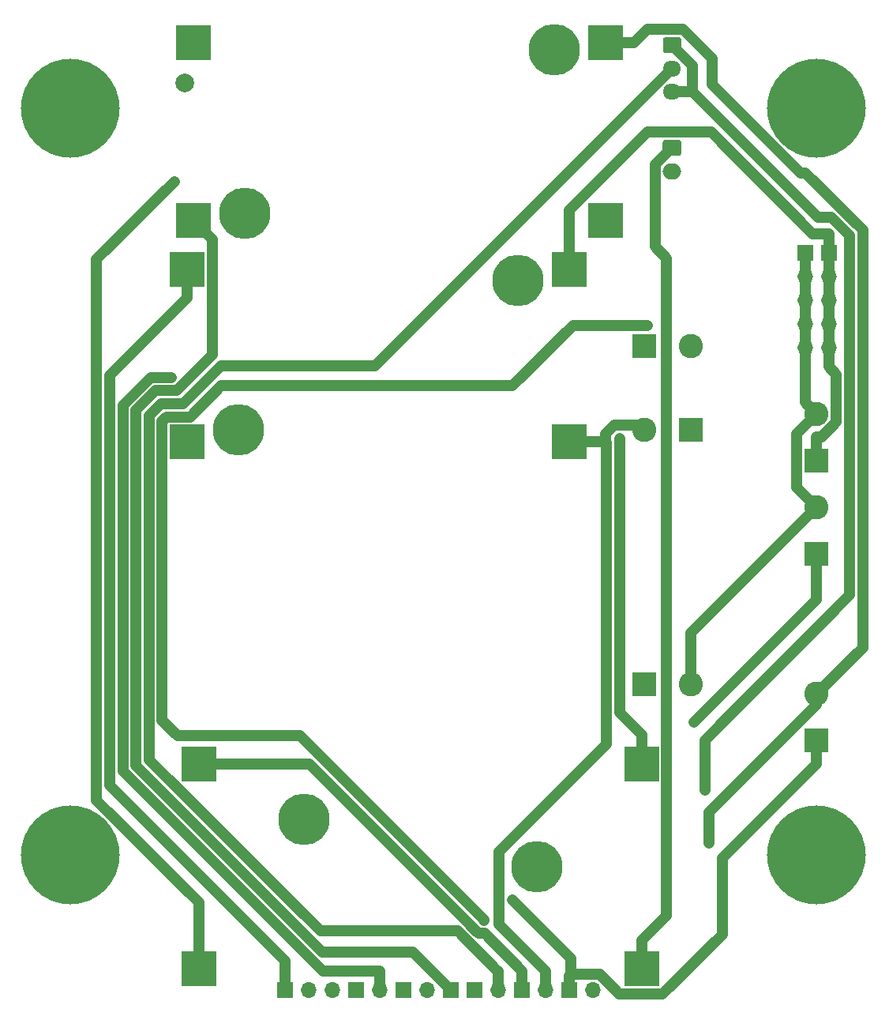
<source format=gtl>
G04 #@! TF.GenerationSoftware,KiCad,Pcbnew,5.1.10*
G04 #@! TF.CreationDate,2021-05-19T15:41:42-05:00*
G04 #@! TF.ProjectId,Power Board,506f7765-7220-4426-9f61-72642e6b6963,rev?*
G04 #@! TF.SameCoordinates,Original*
G04 #@! TF.FileFunction,Copper,L1,Top*
G04 #@! TF.FilePolarity,Positive*
%FSLAX46Y46*%
G04 Gerber Fmt 4.6, Leading zero omitted, Abs format (unit mm)*
G04 Created by KiCad (PCBNEW 5.1.10) date 2021-05-19 15:41:42*
%MOMM*%
%LPD*%
G01*
G04 APERTURE LIST*
G04 #@! TA.AperFunction,ComponentPad*
%ADD10C,2.600000*%
G04 #@! TD*
G04 #@! TA.AperFunction,ComponentPad*
%ADD11R,2.600000X2.600000*%
G04 #@! TD*
G04 #@! TA.AperFunction,ComponentPad*
%ADD12C,0.500000*%
G04 #@! TD*
G04 #@! TA.AperFunction,ComponentPad*
%ADD13C,5.500000*%
G04 #@! TD*
G04 #@! TA.AperFunction,ComponentPad*
%ADD14R,3.750000X3.750000*%
G04 #@! TD*
G04 #@! TA.AperFunction,ComponentPad*
%ADD15C,2.000000*%
G04 #@! TD*
G04 #@! TA.AperFunction,ComponentPad*
%ADD16O,1.700000X1.700000*%
G04 #@! TD*
G04 #@! TA.AperFunction,ComponentPad*
%ADD17R,1.700000X1.700000*%
G04 #@! TD*
G04 #@! TA.AperFunction,ComponentPad*
%ADD18O,2.000000X1.700000*%
G04 #@! TD*
G04 #@! TA.AperFunction,ComponentPad*
%ADD19O,1.950000X1.700000*%
G04 #@! TD*
G04 #@! TA.AperFunction,ComponentPad*
%ADD20C,0.900000*%
G04 #@! TD*
G04 #@! TA.AperFunction,ComponentPad*
%ADD21C,10.600000*%
G04 #@! TD*
G04 #@! TA.AperFunction,ViaPad*
%ADD22C,0.800000*%
G04 #@! TD*
G04 #@! TA.AperFunction,Conductor*
%ADD23C,1.200000*%
G04 #@! TD*
G04 APERTURE END LIST*
D10*
X94000000Y-87750000D03*
D11*
X89000000Y-87750000D03*
D12*
X75979720Y-105750000D03*
X54020280Y-100729720D03*
X50350000Y-102250000D03*
X50979720Y-103770280D03*
X54020280Y-103770280D03*
X54650000Y-102250000D03*
X52500000Y-104500000D03*
X79020280Y-105729720D03*
X75350000Y-107250000D03*
D13*
X77500000Y-107250000D03*
X52500000Y-102250000D03*
D12*
X77500000Y-105100000D03*
X52500000Y-100100000D03*
X50979720Y-100729720D03*
X77500000Y-109400000D03*
X79650000Y-107250000D03*
D14*
X88750000Y-118250000D03*
X88750000Y-96250000D03*
X41250000Y-118250000D03*
X41250000Y-96250000D03*
D12*
X75979720Y-108750000D03*
X79020280Y-108770280D03*
D13*
X45500000Y-60500000D03*
X75500000Y-44500000D03*
D12*
X45500000Y-62650000D03*
X47650000Y-60500000D03*
X47020280Y-62020280D03*
X43979720Y-62020280D03*
X43350000Y-60500000D03*
X43979720Y-58979720D03*
X45500000Y-58350000D03*
X47020280Y-58979720D03*
X73350000Y-44500000D03*
X77020280Y-42979720D03*
X75500000Y-42350000D03*
X75500000Y-46650000D03*
X73979720Y-42979720D03*
X77650000Y-44500000D03*
X73979720Y-46020280D03*
X77020280Y-46020280D03*
D14*
X81000000Y-43250000D03*
X81000000Y-61750000D03*
X40000000Y-43250000D03*
X40000000Y-61750000D03*
D15*
X39750000Y-23300000D03*
D13*
X46150000Y-37250000D03*
X79350000Y-19750000D03*
D12*
X46150000Y-39350000D03*
X48300000Y-37200000D03*
X47670280Y-38720280D03*
X44629720Y-38720280D03*
X44000000Y-37200000D03*
X44629720Y-35679720D03*
X46150000Y-35050000D03*
X47670280Y-35679720D03*
X77200000Y-19800000D03*
X80870280Y-18279720D03*
X79350000Y-17650000D03*
X79350000Y-21950000D03*
X77829720Y-18279720D03*
X81500000Y-19800000D03*
X77829720Y-21320280D03*
X80870280Y-21320280D03*
D14*
X84850000Y-19000000D03*
X84850000Y-38000000D03*
X40650000Y-19000000D03*
X40650000Y-38000000D03*
D16*
X83520000Y-120500000D03*
D17*
X80980000Y-120500000D03*
D16*
X55580000Y-120500000D03*
X53040000Y-120500000D03*
D17*
X50500000Y-120500000D03*
D16*
X65740000Y-120500000D03*
D17*
X63200000Y-120500000D03*
D16*
X73360000Y-120500000D03*
D17*
X70820000Y-120500000D03*
X68280000Y-120500000D03*
D16*
X78440000Y-120500000D03*
D17*
X75900000Y-120500000D03*
D16*
X60660000Y-120500000D03*
D17*
X58120000Y-120500000D03*
D16*
X108790000Y-51660000D03*
X108790000Y-49120000D03*
X108790000Y-46580000D03*
X108790000Y-44040000D03*
D17*
X108790000Y-41500000D03*
D16*
X106250000Y-51660000D03*
X106250000Y-49120000D03*
X106250000Y-46580000D03*
X106250000Y-44040000D03*
D17*
X106250000Y-41500000D03*
D10*
X107500000Y-58750000D03*
D11*
X107500000Y-63750000D03*
D10*
X107500000Y-68750000D03*
D11*
X107500000Y-73750000D03*
D18*
X92000000Y-32750000D03*
G04 #@! TA.AperFunction,ComponentPad*
G36*
G01*
X91250000Y-29400000D02*
X92750000Y-29400000D01*
G75*
G02*
X93000000Y-29650000I0J-250000D01*
G01*
X93000000Y-30850000D01*
G75*
G02*
X92750000Y-31100000I-250000J0D01*
G01*
X91250000Y-31100000D01*
G75*
G02*
X91000000Y-30850000I0J250000D01*
G01*
X91000000Y-29650000D01*
G75*
G02*
X91250000Y-29400000I250000J0D01*
G01*
G37*
G04 #@! TD.AperFunction*
D10*
X89000000Y-60500000D03*
D11*
X94000000Y-60500000D03*
D10*
X107500000Y-88750000D03*
D11*
X107500000Y-93750000D03*
D10*
X94000000Y-51500000D03*
D11*
X89000000Y-51500000D03*
D19*
X92000000Y-24250000D03*
X92000000Y-21750000D03*
G04 #@! TA.AperFunction,ComponentPad*
G36*
G01*
X91275000Y-18400000D02*
X92725000Y-18400000D01*
G75*
G02*
X92975000Y-18650000I0J-250000D01*
G01*
X92975000Y-19850000D01*
G75*
G02*
X92725000Y-20100000I-250000J0D01*
G01*
X91275000Y-20100000D01*
G75*
G02*
X91025000Y-19850000I0J250000D01*
G01*
X91025000Y-18650000D01*
G75*
G02*
X91275000Y-18400000I250000J0D01*
G01*
G37*
G04 #@! TD.AperFunction*
D20*
X110310749Y-103189251D03*
X107500000Y-102025000D03*
X104689251Y-103189251D03*
X103525000Y-106000000D03*
X104689251Y-108810749D03*
X107500000Y-109975000D03*
X110310749Y-108810749D03*
X111475000Y-106000000D03*
D21*
X107500000Y-106000000D03*
D20*
X110310749Y-23189251D03*
X107500000Y-22025000D03*
X104689251Y-23189251D03*
X103525000Y-26000000D03*
X104689251Y-28810749D03*
X107500000Y-29975000D03*
X110310749Y-28810749D03*
X111475000Y-26000000D03*
D21*
X107500000Y-26000000D03*
D20*
X30310749Y-103189251D03*
X27500000Y-102025000D03*
X24689251Y-103189251D03*
X23525000Y-106000000D03*
X24689251Y-108810749D03*
X27500000Y-109975000D03*
X30310749Y-108810749D03*
X31475000Y-106000000D03*
D21*
X27500000Y-106000000D03*
D20*
X30310749Y-23189251D03*
X27500000Y-22025000D03*
X24689251Y-23189251D03*
X23525000Y-26000000D03*
X24689251Y-28810749D03*
X27500000Y-29975000D03*
X30310749Y-28810749D03*
X31475000Y-26000000D03*
D21*
X27500000Y-26000000D03*
D22*
X95989000Y-104746000D03*
X84934400Y-84738800D03*
X74878600Y-110847200D03*
X38300300Y-54860500D03*
X38631700Y-33862800D03*
X94368700Y-91782600D03*
X86395300Y-61390700D03*
X95503600Y-99063600D03*
X89348800Y-49284100D03*
X71827800Y-113029200D03*
D23*
X107500000Y-88750000D02*
X107500000Y-89958200D01*
X107500000Y-89958200D02*
X95989000Y-101469200D01*
X95989000Y-101469200D02*
X95989000Y-104746000D01*
X87925000Y-19000000D02*
X89338600Y-17586400D01*
X89338600Y-17586400D02*
X93164800Y-17586400D01*
X93164800Y-17586400D02*
X96261100Y-20682700D01*
X96261100Y-20682700D02*
X96261100Y-23448400D01*
X96261100Y-23448400D02*
X105766500Y-32953800D01*
X105766500Y-32953800D02*
X106304800Y-32953800D01*
X106304800Y-32953800D02*
X112442500Y-39091500D01*
X112442500Y-39091500D02*
X112442500Y-83807500D01*
X112442500Y-83807500D02*
X107500000Y-88750000D01*
X84850000Y-19000000D02*
X87925000Y-19000000D01*
X41250000Y-96250000D02*
X53147300Y-96250000D01*
X53147300Y-96250000D02*
X70427500Y-113530200D01*
X70427500Y-113530200D02*
X70427500Y-113609200D01*
X70427500Y-113609200D02*
X71247800Y-114429500D01*
X71247800Y-114429500D02*
X71879500Y-114429500D01*
X71879500Y-114429500D02*
X75900000Y-118450000D01*
X75900000Y-120500000D02*
X75900000Y-118450000D01*
X40650000Y-38000000D02*
X42701400Y-40051400D01*
X42701400Y-40051400D02*
X42701400Y-52445200D01*
X42701400Y-52445200D02*
X38879200Y-56267400D01*
X38879200Y-56267400D02*
X36640200Y-56267400D01*
X36640200Y-56267400D02*
X34524100Y-58383500D01*
X34524100Y-58383500D02*
X34524100Y-96417700D01*
X34524100Y-96417700D02*
X54503800Y-116397400D01*
X54503800Y-116397400D02*
X64177400Y-116397400D01*
X64177400Y-116397400D02*
X68280000Y-120500000D01*
X84934400Y-84738800D02*
X84934400Y-94189000D01*
X84934400Y-94189000D02*
X73478300Y-105645100D01*
X73478300Y-105645100D02*
X73478300Y-113488300D01*
X73478300Y-113488300D02*
X78440000Y-118450000D01*
X78440000Y-120500000D02*
X78440000Y-118450000D01*
X84870800Y-61750000D02*
X84934400Y-61813600D01*
X84934400Y-61813600D02*
X84934400Y-84738800D01*
X106250000Y-49120000D02*
X106250000Y-51660000D01*
X106250000Y-46580000D02*
X106250000Y-49120000D01*
X107500000Y-58750000D02*
X105397300Y-60852700D01*
X105397300Y-60852700D02*
X105397300Y-66647300D01*
X105397300Y-66647300D02*
X107500000Y-68750000D01*
X106250000Y-51660000D02*
X106250000Y-57500000D01*
X106250000Y-57500000D02*
X107500000Y-58750000D01*
X94000000Y-87750000D02*
X94000000Y-82250000D01*
X94000000Y-82250000D02*
X107500000Y-68750000D01*
X89000000Y-60500000D02*
X88490400Y-59990400D01*
X88490400Y-59990400D02*
X85815300Y-59990400D01*
X85815300Y-59990400D02*
X84870800Y-60934900D01*
X84870800Y-60934900D02*
X84870800Y-61750000D01*
X84075000Y-61750000D02*
X84870800Y-61750000D01*
X81000000Y-61750000D02*
X84075000Y-61750000D01*
X106250000Y-44040000D02*
X106250000Y-46580000D01*
X106250000Y-41500000D02*
X106250000Y-44040000D01*
X50500000Y-118450000D02*
X50500000Y-117375400D01*
X50500000Y-117375400D02*
X31720600Y-98596000D01*
X31720600Y-98596000D02*
X31720600Y-54604400D01*
X31720600Y-54604400D02*
X40000000Y-46325000D01*
X50500000Y-120500000D02*
X50500000Y-118450000D01*
X40000000Y-43250000D02*
X40000000Y-46325000D01*
X81139600Y-118840300D02*
X84237700Y-118840300D01*
X84237700Y-118840300D02*
X86322800Y-120925400D01*
X86322800Y-120925400D02*
X90995200Y-120925400D01*
X90995200Y-120925400D02*
X97389400Y-114531200D01*
X97389400Y-114531200D02*
X97389400Y-106360600D01*
X97389400Y-106360600D02*
X107500000Y-96250000D01*
X80980000Y-118999900D02*
X81139600Y-118840300D01*
X74878600Y-110847200D02*
X81139600Y-117108200D01*
X81139600Y-117108200D02*
X81139600Y-118840300D01*
X107500000Y-93750000D02*
X107500000Y-96250000D01*
X80980000Y-120500000D02*
X80980000Y-118999900D01*
X38300300Y-54860500D02*
X36066800Y-54860500D01*
X36066800Y-54860500D02*
X33123800Y-57803500D01*
X33123800Y-57803500D02*
X33123800Y-97053900D01*
X33123800Y-97053900D02*
X54519900Y-118450000D01*
X54519900Y-118450000D02*
X60660000Y-118450000D01*
X60660000Y-120500000D02*
X60660000Y-118450000D01*
X38631700Y-33862800D02*
X30299900Y-42194600D01*
X30299900Y-42194600D02*
X30299900Y-100145700D01*
X30299900Y-100145700D02*
X41250000Y-111095800D01*
X41250000Y-111095800D02*
X41250000Y-115175000D01*
X41250000Y-118250000D02*
X41250000Y-115175000D01*
X94368700Y-91782600D02*
X107500000Y-78651300D01*
X107500000Y-78651300D02*
X107500000Y-73750000D01*
X108790000Y-41500000D02*
X108790000Y-39450000D01*
X108790000Y-39450000D02*
X107067200Y-39450000D01*
X107067200Y-39450000D02*
X96182500Y-28565300D01*
X96182500Y-28565300D02*
X89348000Y-28565300D01*
X89348000Y-28565300D02*
X81000000Y-36913300D01*
X81000000Y-36913300D02*
X81000000Y-43250000D01*
X108790000Y-44040000D02*
X108790000Y-41500000D01*
X108790000Y-51660000D02*
X108790000Y-53710000D01*
X108790000Y-53710000D02*
X109621100Y-54541100D01*
X109621100Y-54541100D02*
X109621100Y-59659300D01*
X109621100Y-59659300D02*
X108030400Y-61250000D01*
X108030400Y-61250000D02*
X107500000Y-61250000D01*
X108790000Y-49120000D02*
X108790000Y-51660000D01*
X107500000Y-63750000D02*
X107500000Y-61250000D01*
X108790000Y-46580000D02*
X108790000Y-49120000D01*
X108790000Y-44040000D02*
X108790000Y-46580000D01*
X88750000Y-93175000D02*
X86395300Y-90820300D01*
X86395300Y-90820300D02*
X86395300Y-61390700D01*
X88750000Y-96250000D02*
X88750000Y-93175000D01*
X88750000Y-118250000D02*
X88750000Y-115175000D01*
X92000000Y-30250000D02*
X90199600Y-32050400D01*
X90199600Y-32050400D02*
X90199600Y-40867100D01*
X90199600Y-40867100D02*
X91425400Y-42092900D01*
X91425400Y-42092900D02*
X91425400Y-112499600D01*
X91425400Y-112499600D02*
X88750000Y-115175000D01*
X92000000Y-21750000D02*
X60163200Y-53586800D01*
X60163200Y-53586800D02*
X43626300Y-53586800D01*
X43626300Y-53586800D02*
X39545400Y-57667700D01*
X39545400Y-57667700D02*
X37220200Y-57667700D01*
X37220200Y-57667700D02*
X35924400Y-58963500D01*
X35924400Y-58963500D02*
X35924400Y-95837700D01*
X35924400Y-95837700D02*
X54275800Y-114189100D01*
X54275800Y-114189100D02*
X69027200Y-114189100D01*
X69027200Y-114189100D02*
X69027200Y-114189200D01*
X69027200Y-114189200D02*
X73288000Y-118450000D01*
X73288000Y-118450000D02*
X73360000Y-118450000D01*
X73360000Y-120500000D02*
X73360000Y-118450000D01*
X94175000Y-24250000D02*
X107616900Y-37691900D01*
X107616900Y-37691900D02*
X109051300Y-37691900D01*
X109051300Y-37691900D02*
X111042100Y-39682700D01*
X111042100Y-39682700D02*
X111042100Y-78177100D01*
X111042100Y-78177100D02*
X95503600Y-93715600D01*
X95503600Y-93715600D02*
X95503600Y-99063600D01*
X92000000Y-19250000D02*
X94175000Y-21425000D01*
X94175000Y-21425000D02*
X94175000Y-24250000D01*
X92000000Y-24250000D02*
X94175000Y-24250000D01*
X71827800Y-113029200D02*
X71827800Y-112941800D01*
X71827800Y-112941800D02*
X52138000Y-93252000D01*
X52138000Y-93252000D02*
X38945200Y-93252000D01*
X38945200Y-93252000D02*
X37324700Y-91631500D01*
X37324700Y-91631500D02*
X37324700Y-59543500D01*
X37324700Y-59543500D02*
X37793600Y-59074600D01*
X37793600Y-59074600D02*
X40311500Y-59074600D01*
X40311500Y-59074600D02*
X43622900Y-55763200D01*
X43622900Y-55763200D02*
X74891600Y-55763200D01*
X74891600Y-55763200D02*
X81370700Y-49284100D01*
X81370700Y-49284100D02*
X89348800Y-49284100D01*
M02*

</source>
